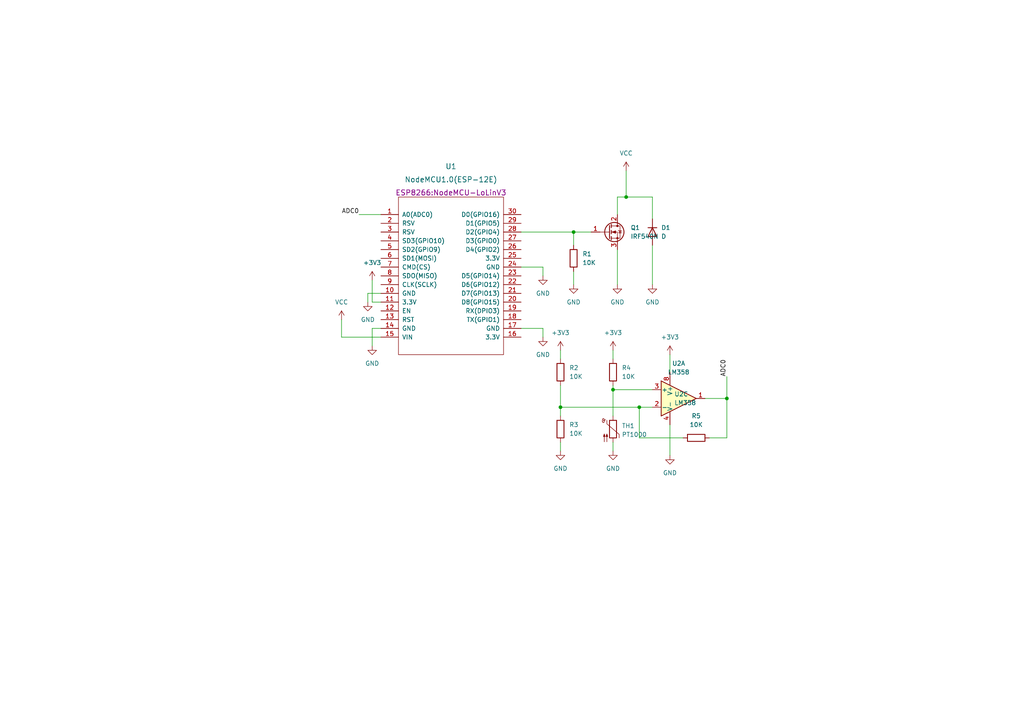
<source format=kicad_sch>
(kicad_sch (version 20211123) (generator eeschema)
  (paper "A4")
  (lib_symbols
    (symbol "Amplifier_Operational:LM358" (pin_names (offset 0.127))
      (property "Reference" "U" (at 0 5.08 0))
      (property "Value" "LM358" (at 0 -5.08 0))
      (symbol "LM358_1_1"
        (polyline (pts (xy -5.08 5.08) (xy 5.08 0) (xy -5.08 -5.08) (xy -5.08 5.08)) (stroke (width 0.254)) (fill (type background)))
        (pin output line (at 7.62 0 180) (length 2.54) (name "~") (number "1"))
        (pin input line (at -7.62 -2.54 0) (length 2.54) (name "-") (number "2"))
        (pin input line (at -7.62 2.54 0) (length 2.54) (name "+") (number "3"))
      )
      (symbol "LM358_2_1"
        (polyline (pts (xy -5.08 5.08) (xy 5.08 0) (xy -5.08 -5.08) (xy -5.08 5.08)) (stroke (width 0.254)) (fill (type background)))
        (pin input line (at -7.62 2.54 0) (length 2.54) (name "+") (number "5"))
        (pin input line (at -7.62 -2.54 0) (length 2.54) (name "-") (number "6"))
        (pin output line (at 7.62 0 180) (length 2.54) (name "~") (number "7"))
      )
      (symbol "LM358_3_1"
        (pin power_in line (at -2.54 -7.62 90) (length 3.81) (name "V-") (number "4"))
        (pin power_in line (at -2.54 7.62 270) (length 3.81) (name "V+") (number "8"))
      )
    )
    (symbol "Device:D" (pin_numbers hide) (pin_names (offset 1.016) hide)
      (property "Reference" "D" (at 0 2.54 0))
      (property "Value" "D" (at 0 -2.54 0))
      (symbol "D_0_1"
        (polyline (pts (xy -1.27 1.27) (xy -1.27 -1.27)) (stroke (width 0.254)))
        (polyline (pts (xy 1.27 0) (xy -1.27 0)))
        (polyline (pts (xy 1.27 1.27) (xy 1.27 -1.27) (xy -1.27 0) (xy 1.27 1.27)) (stroke (width 0.254)))
      )
      (symbol "D_1_1"
        (pin passive line (at -3.81 0 0) (length 2.54) (name "K") (number "1"))
        (pin passive line (at 3.81 0 180) (length 2.54) (name "A") (number "2"))
      )
    )
    (symbol "Device:R" (pin_numbers hide) (pin_names (offset 0))
      (property "Reference" "R" (at 2.032 0 90))
      (property "Value" "R" (at 0 0 90))
      (symbol "R_0_1"
        (rectangle (start -1.016 -2.54) (end 1.016 2.54) (stroke (width 0.254)))
      )
      (symbol "R_1_1"
        (pin passive line (at 0 3.81 270) (length 1.27) (name "~") (number "1"))
        (pin passive line (at 0 -3.81 90) (length 1.27) (name "~") (number "2"))
      )
    )
    (symbol "ESP8266:NodeMCU1.0(ESP-12E)" (pin_names (offset 1.016))
      (property "Reference" "U" (at 0 21.59 0))
      (property "Value" "NodeMCU1.0(ESP-12E)" (at 0 -21.59 0))
      (symbol "NodeMCU1.0(ESP-12E)_0_1"
        (rectangle (start -15.24 -22.86) (end 15.24 22.86))
      )
      (symbol "NodeMCU1.0(ESP-12E)_1_1"
        (pin input line (at -20.32 17.78 0) (length 5.08) (name "A0(ADC0)") (number "1"))
        (pin input line (at -20.32 -5.08 0) (length 5.08) (name "GND") (number "10"))
        (pin input line (at -20.32 -7.62 0) (length 5.08) (name "3.3V") (number "11"))
        (pin input line (at -20.32 -10.16 0) (length 5.08) (name "EN") (number "12"))
        (pin input line (at -20.32 -12.7 0) (length 5.08) (name "RST") (number "13"))
        (pin input line (at -20.32 -15.24 0) (length 5.08) (name "GND") (number "14"))
        (pin input line (at -20.32 -17.78 0) (length 5.08) (name "VIN") (number "15"))
        (pin input line (at 20.32 -17.78 180) (length 5.08) (name "3.3V") (number "16"))
        (pin input line (at 20.32 -15.24 180) (length 5.08) (name "GND") (number "17"))
        (pin input line (at 20.32 -12.7 180) (length 5.08) (name "TX(GPIO1)") (number "18"))
        (pin input line (at 20.32 -10.16 180) (length 5.08) (name "RX(DPIO3)") (number "19"))
        (pin input line (at -20.32 15.24 0) (length 5.08) (name "RSV") (number "2"))
        (pin input line (at 20.32 -7.62 180) (length 5.08) (name "D8(GPIO15)") (number "20"))
        (pin input line (at 20.32 -5.08 180) (length 5.08) (name "D7(GPIO13)") (number "21"))
        (pin input line (at 20.32 -2.54 180) (length 5.08) (name "D6(GPIO12)") (number "22"))
        (pin input line (at 20.32 0 180) (length 5.08) (name "D5(GPIO14)") (number "23"))
        (pin input line (at 20.32 2.54 180) (length 5.08) (name "GND") (number "24"))
        (pin input line (at 20.32 5.08 180) (length 5.08) (name "3.3V") (number "25"))
        (pin input line (at 20.32 7.62 180) (length 5.08) (name "D4(GPIO2)") (number "26"))
        (pin input line (at 20.32 10.16 180) (length 5.08) (name "D3(GPIO0)") (number "27"))
        (pin input line (at 20.32 12.7 180) (length 5.08) (name "D2(GPIO4)") (number "28"))
        (pin input line (at 20.32 15.24 180) (length 5.08) (name "D1(GPIO5)") (number "29"))
        (pin input line (at -20.32 12.7 0) (length 5.08) (name "RSV") (number "3"))
        (pin input line (at 20.32 17.78 180) (length 5.08) (name "D0(GPIO16)") (number "30"))
        (pin input line (at -20.32 10.16 0) (length 5.08) (name "SD3(GPIO10)") (number "4"))
        (pin input line (at -20.32 7.62 0) (length 5.08) (name "SD2(GPIO9)") (number "5"))
        (pin input line (at -20.32 5.08 0) (length 5.08) (name "SD1(MOSI)") (number "6"))
        (pin input line (at -20.32 2.54 0) (length 5.08) (name "CMD(CS)") (number "7"))
        (pin input line (at -20.32 0 0) (length 5.08) (name "SDO(MISO)") (number "8"))
        (pin input line (at -20.32 -2.54 0) (length 5.08) (name "CLK(SCLK)") (number "9"))
      )
    )
    (symbol "Sensor_Temperature:PT1000" (pin_numbers hide) (pin_names (offset 0))
      (property "Reference" "TH" (at -4.445 0 90))
      (property "Value" "PT1000" (at 3.175 0 90))
      (symbol "PT1000_0_1"
        (arc (start -3.048 2.159) (mid -3.0495 2.3143) (end -3.175 2.413))
        (arc (start -3.048 2.159) (mid -2.9736 1.9794) (end -2.794 1.905))
        (arc (start -3.048 2.794) (mid -2.9736 2.6144) (end -2.794 2.54))
        (arc (start -2.794 1.905) (mid -2.6144 1.9794) (end -2.54 2.159))
        (arc (start -2.794 2.54) (mid -2.4393 2.5587) (end -2.159 2.794))
        (arc (start -2.794 3.048) (mid -2.9736 2.9736) (end -3.048 2.794))
        (arc (start -2.54 2.794) (mid -2.6144 2.9736) (end -2.794 3.048))
        (rectangle (start -1.016 2.54) (end 1.016 -2.54) (stroke (width 0.254)))
        (polyline (pts (xy -2.54 2.159) (xy -2.54 2.794)))
        (polyline (pts (xy -1.778 2.54) (xy -1.778 1.524) (xy 1.778 -1.524) (xy 1.778 -2.54)))
        (polyline (pts (xy -2.54 -3.683) (xy -2.54 -1.397) (xy -2.794 -2.159) (xy -2.286 -2.159) (xy -2.54 -1.397) (xy -2.54 -1.651)) (fill (type outline)))
        (polyline (pts (xy -1.778 -3.683) (xy -1.778 -1.397) (xy -2.032 -2.159) (xy -1.524 -2.159) (xy -1.778 -1.397) (xy -1.778 -1.651)) (fill (type outline)))
      )
      (symbol "PT1000_1_1"
        (pin passive line (at 0 3.81 270) (length 1.27) (name "~") (number "1"))
        (pin passive line (at 0 -3.81 90) (length 1.27) (name "~") (number "2"))
      )
    )
    (symbol "Transistor_FET:IRF540N" (pin_names hide)
      (property "Reference" "Q" (at 6.35 1.905 0))
      (property "Value" "IRF540N" (at 6.35 0 0))
      (symbol "IRF540N_0_1"
        (polyline (pts (xy 0.254 0) (xy -2.54 0)))
        (polyline (pts (xy 0.254 1.905) (xy 0.254 -1.905)) (stroke (width 0.254)))
        (polyline (pts (xy 0.762 -1.27) (xy 0.762 -2.286)) (stroke (width 0.254)))
        (polyline (pts (xy 0.762 0.508) (xy 0.762 -0.508)) (stroke (width 0.254)))
        (polyline (pts (xy 0.762 2.286) (xy 0.762 1.27)) (stroke (width 0.254)))
        (polyline (pts (xy 2.54 2.54) (xy 2.54 1.778)))
        (polyline (pts (xy 2.54 -2.54) (xy 2.54 0) (xy 0.762 0)))
        (polyline (pts (xy 0.762 -1.778) (xy 3.302 -1.778) (xy 3.302 1.778) (xy 0.762 1.778)))
        (polyline (pts (xy 1.016 0) (xy 2.032 0.381) (xy 2.032 -0.381) (xy 1.016 0)) (fill (type outline)))
        (polyline (pts (xy 2.794 0.508) (xy 2.921 0.381) (xy 3.683 0.381) (xy 3.81 0.254)))
        (polyline (pts (xy 3.302 0.381) (xy 2.921 -0.254) (xy 3.683 -0.254) (xy 3.302 0.381)))
        (circle (center 1.651 0) (radius 2.794) (stroke (width 0.254)))
        (circle (center 2.54 -1.778) (radius 0.254) (fill (type outline)))
        (circle (center 2.54 1.778) (radius 0.254) (fill (type outline)))
      )
      (symbol "IRF540N_1_1"
        (pin input line (at -5.08 0 0) (length 2.54) (name "G") (number "1"))
        (pin passive line (at 2.54 5.08 270) (length 2.54) (name "D") (number "2"))
        (pin passive line (at 2.54 -5.08 90) (length 2.54) (name "S") (number "3"))
      )
    )
    (symbol "power:+3V3" (power) (pin_names (offset 0))
      (property "Value" "+3V3" (at 0 3.556 0))
      (symbol "+3V3_0_1"
        (polyline (pts (xy -0.762 1.27) (xy 0 2.54)))
        (polyline (pts (xy 0 0) (xy 0 2.54)))
        (polyline (pts (xy 0 2.54) (xy 0.762 1.27)))
      )
      (symbol "+3V3_1_1"
        (pin power_in line (at 0 0 90) (length 0) hide (name "+3V3") (number "1"))
      )
    )
    (symbol "power:GND" (power) (pin_names (offset 0))
      (property "Value" "GND" (at 0 -3.81 0))
      (symbol "GND_0_1"
        (polyline (pts (xy 0 0) (xy 0 -1.27) (xy 1.27 -1.27) (xy 0 -2.54) (xy -1.27 -1.27) (xy 0 -1.27)))
      )
      (symbol "GND_1_1"
        (pin power_in line (at 0 0 270) (length 0) hide (name "GND") (number "1"))
      )
    )
    (symbol "power:VCC" (power) (pin_names (offset 0))
      (property "Value" "VCC" (at 0 3.81 0))
      (symbol "VCC_0_1"
        (polyline (pts (xy -0.762 1.27) (xy 0 2.54)))
        (polyline (pts (xy 0 0) (xy 0 2.54)))
        (polyline (pts (xy 0 2.54) (xy 0.762 1.27)))
      )
      (symbol "VCC_1_1"
        (pin power_in line (at 0 0 90) (length 0) hide (name "VCC") (number "1"))
      )
    )
  )
  (junction (at 162.56 118.11))
  (junction (at 210.82 115.57))
  (junction (at 181.61 57.15))
  (junction (at 177.8 113.03))
  (junction (at 185.42 118.11))
  (junction (at 166.37 67.31))
  (wire (pts (xy 166.37 78.74) (xy 166.37 82.55)))
  (wire (pts (xy 171.45 67.31) (xy 166.37 67.31)))
  (wire (pts (xy 177.8 111.76) (xy 177.8 113.03)))
  (wire (pts (xy 151.13 67.31) (xy 166.37 67.31)))
  (wire (pts (xy 181.61 57.15) (xy 189.23 57.15)))
  (wire (pts (xy 162.56 118.11) (xy 185.42 118.11)))
  (wire (pts (xy 185.42 118.11) (xy 189.23 118.11)))
  (wire (pts (xy 99.06 92.71) (xy 99.06 97.79)))
  (wire (pts (xy 181.61 49.53) (xy 181.61 57.15)))
  (wire (pts (xy 179.07 57.15) (xy 181.61 57.15)))
  (wire (pts (xy 157.48 80.01) (xy 157.48 77.47)))
  (wire (pts (xy 106.68 85.09) (xy 110.49 85.09)))
  (wire (pts (xy 166.37 67.31) (xy 166.37 71.12)))
  (wire (pts (xy 162.56 118.11) (xy 162.56 120.65)))
  (wire (pts (xy 210.82 115.57) (xy 210.82 127)))
  (wire (pts (xy 177.8 128.27) (xy 177.8 130.81)))
  (wire (pts (xy 107.95 100.33) (xy 107.95 95.25)))
  (wire (pts (xy 104.14 62.23) (xy 110.49 62.23)))
  (wire (pts (xy 189.23 71.12) (xy 189.23 82.55)))
  (wire (pts (xy 177.8 101.6) (xy 177.8 104.14)))
  (wire (pts (xy 107.95 87.63) (xy 110.49 87.63)))
  (wire (pts (xy 198.12 127) (xy 185.42 127)))
  (wire (pts (xy 210.82 109.22) (xy 210.82 115.57)))
  (wire (pts (xy 189.23 57.15) (xy 189.23 63.5)))
  (wire (pts (xy 185.42 127) (xy 185.42 118.11)))
  (wire (pts (xy 106.68 87.63) (xy 106.68 85.09)))
  (wire (pts (xy 177.8 113.03) (xy 189.23 113.03)))
  (wire (pts (xy 162.56 128.27) (xy 162.56 130.81)))
  (wire (pts (xy 107.95 81.28) (xy 107.95 87.63)))
  (wire (pts (xy 162.56 101.6) (xy 162.56 104.14)))
  (wire (pts (xy 179.07 62.23) (xy 179.07 57.15)))
  (wire (pts (xy 194.31 102.87) (xy 194.31 107.95)))
  (wire (pts (xy 157.48 77.47) (xy 151.13 77.47)))
  (wire (pts (xy 99.06 97.79) (xy 110.49 97.79)))
  (wire (pts (xy 194.31 123.19) (xy 194.31 132.08)))
  (wire (pts (xy 204.47 115.57) (xy 210.82 115.57)))
  (wire (pts (xy 162.56 111.76) (xy 162.56 118.11)))
  (wire (pts (xy 107.95 95.25) (xy 110.49 95.25)))
  (wire (pts (xy 177.8 113.03) (xy 177.8 120.65)))
  (wire (pts (xy 179.07 72.39) (xy 179.07 82.55)))
  (wire (pts (xy 210.82 127) (xy 205.74 127)))
  (wire (pts (xy 157.48 97.79) (xy 157.48 95.25)))
  (wire (pts (xy 157.48 95.25) (xy 151.13 95.25)))
  (label "ADC0" (at 104.14 62.23 180))
  (label "ADC0" (at 210.82 109.22 90))
  (symbol (lib_id "Device:R") (at 162.56 124.46 0) (unit 1)
    (property "Reference" "R3" (at 165.1 123.1899 0) (effects (justify left)))
    (property "Value" "10K" (at 165.1 125.7299 0) (effects (justify left)))
    (property "Footprint" "Resistor_THT:R_Axial_DIN0411_L9.9mm_D3.6mm_P12.70mm_Horizontal" (effects hide))
  )
  (symbol (lib_id "Device:R") (at 162.56 107.95 0) (unit 1)
    (property "Reference" "R2" (at 165.1 106.6799 0) (effects (justify left)))
    (property "Value" "10K" (at 165.1 109.2199 0) (effects (justify left)))
    (property "Footprint" "Resistor_THT:R_Axial_DIN0411_L9.9mm_D3.6mm_P12.70mm_Horizontal" (effects hide))
  )
  (symbol (lib_id "power:+3V3") (at 177.8 101.6 0) (unit 1)
    (property "Reference" "#PWR0114" (effects hide))
    (property "Value" "+3V3" (at 177.8 96.52 0))
  )
  (symbol (lib_id "power:GND") (at 107.95 100.33 0) (unit 1)
    (property "Reference" "#PWR0106" (effects hide))
    (property "Value" "GND" (at 107.95 105.41 0))
  )
  (symbol (lib_id "power:+3V3") (at 107.95 81.28 0) (unit 1)
    (property "Reference" "#PWR0111" (effects hide))
    (property "Value" "+3V3" (at 107.95 76.2 0))
  )
  (symbol (lib_id "power:GND") (at 194.31 132.08 0) (unit 1)
    (property "Reference" "#PWR0116" (effects hide))
    (property "Value" "GND" (at 194.31 137.16 0))
  )
  (symbol (lib_id "Sensor_Temperature:PT1000") (at 177.8 124.46 0) (unit 1)
    (property "Reference" "TH1" (at 180.34 123.5074 0) (effects (justify left)))
    (property "Value" "PT1000" (at 180.34 126.0474 0) (effects (justify left)))
    (property "Footprint" "Package_TO_SOT_THT:TO-92-2" (effects hide))
    (property "Datasheet" "https://www.heraeus.com/media/media/group/doc_group/products_1/hst/sot_to/de_15/to_92_d.pdf" (effects hide))
  )
  (symbol (lib_id "power:VCC") (at 99.06 92.71 0) (unit 1)
    (property "Reference" "#PWR0105" (effects hide))
    (property "Value" "VCC" (at 99.06 87.63 0))
  )
  (symbol (lib_id "power:GND") (at 162.56 130.81 0) (unit 1)
    (property "Reference" "#PWR0112" (effects hide))
    (property "Value" "GND" (at 162.56 135.89 0))
  )
  (symbol (lib_id "Device:R") (at 201.93 127 90) (unit 1)
    (property "Reference" "R5" (at 201.93 120.65 90))
    (property "Value" "10K" (at 201.93 123.19 90))
    (property "Footprint" "Resistor_THT:R_Axial_DIN0411_L9.9mm_D3.6mm_P12.70mm_Horizontal" (effects hide))
  )
  (symbol (lib_id "Device:R") (at 177.8 107.95 0) (unit 1)
    (property "Reference" "R4" (at 180.34 106.6799 0) (effects (justify left)))
    (property "Value" "10K" (at 180.34 109.2199 0) (effects (justify left)))
    (property "Footprint" "Resistor_THT:R_Axial_DIN0411_L9.9mm_D3.6mm_P12.70mm_Horizontal" (effects hide))
  )
  (symbol (lib_id "Amplifier_Operational:LM358") (at 196.85 115.57 0) (unit 1)
    (property "Reference" "U2" (at 196.85 105.41 0))
    (property "Value" "LM358" (at 196.85 107.95 0))
    (property "Footprint" "Package_DIP:DIP-8_W7.62mm" (effects hide))
    (property "Datasheet" "http://www.ti.com/lit/ds/symlink/lm2904-n.pdf" (effects hide))
  )
  (symbol (lib_id "Amplifier_Operational:LM358") (at 196.85 115.57 0) (unit 3)
    (property "Reference" "U2" (at 195.58 114.2999 0) (effects (justify left)))
    (property "Value" "LM358" (at 195.58 116.8399 0) (effects (justify left)))
    (property "Datasheet" "http://www.ti.com/lit/ds/symlink/lm2904-n.pdf" (effects hide))
  )
  (symbol (lib_id "power:GND") (at 106.68 87.63 0) (unit 1)
    (property "Reference" "#PWR0107" (effects hide))
    (property "Value" "GND" (at 106.68 92.71 0))
  )
  (symbol (lib_id "power:VCC") (at 181.61 49.53 0) (unit 1)
    (property "Reference" "#PWR0104" (effects hide))
    (property "Value" "VCC" (at 181.61 44.45 0))
  )
  (symbol (lib_id "power:GND") (at 157.48 97.79 0) (unit 1)
    (property "Reference" "#PWR0108" (effects hide))
    (property "Value" "GND" (at 157.48 102.87 0))
  )
  (symbol (lib_id "ESP8266:NodeMCU1.0(ESP-12E)") (at 130.81 80.01 0) (unit 1)
    (property "Reference" "U1" (at 130.81 48.26 0) (effects (font (size 1.524 1.524))))
    (property "Value" "NodeMCU1.0(ESP-12E)" (at 130.81 52.07 0) (effects (font (size 1.524 1.524))))
    (property "Footprint" "ESP8266:NodeMCU-LoLinV3" (at 130.81 55.88 0) (effects (font (size 1.524 1.524))))
  )
  (symbol (lib_id "power:+3V3") (at 194.31 102.87 0) (unit 1)
    (property "Reference" "#PWR0115" (effects hide))
    (property "Value" "+3V3" (at 194.31 97.79 0))
  )
  (symbol (lib_id "power:GND") (at 189.23 82.55 0) (unit 1)
    (property "Reference" "#PWR0103" (effects hide))
    (property "Value" "GND" (at 189.23 87.63 0))
  )
  (symbol (lib_id "Device:D") (at 189.23 67.31 270) (unit 1)
    (property "Reference" "D1" (at 191.77 66.0399 90) (effects (justify left)))
    (property "Value" "D" (at 191.77 68.5799 90) (effects (justify left)))
    (property "Footprint" "Diode_THT:D_DO-35_SOD27_P7.62mm_Horizontal" (effects hide))
  )
  (symbol (lib_id "power:+3V3") (at 162.56 101.6 0) (unit 1)
    (property "Reference" "#PWR0110" (effects hide))
    (property "Value" "+3V3" (at 162.56 96.52 0))
  )
  (symbol (lib_id "power:GND") (at 177.8 130.81 0) (unit 1)
    (property "Reference" "#PWR0113" (effects hide))
    (property "Value" "GND" (at 177.8 135.89 0))
  )
  (symbol (lib_id "Transistor_FET:IRF540N") (at 176.53 67.31 0) (unit 1)
    (property "Reference" "Q1" (at 182.88 66.0399 0) (effects (justify left)))
    (property "Value" "IRF540N" (at 182.88 68.5799 0) (effects (justify left)))
    (property "Footprint" "Package_TO_SOT_THT:TO-220-3_Vertical" (effects hide))
    (property "Datasheet" "http://www.irf.com/product-info/datasheets/data/irf540n.pdf" (effects hide))
  )
  (symbol (lib_id "Device:R") (at 166.37 74.93 0) (unit 1)
    (property "Reference" "R1" (at 168.91 73.6599 0) (effects (justify left)))
    (property "Value" "10K" (at 168.91 76.1999 0) (effects (justify left)))
    (property "Footprint" "Resistor_THT:R_Axial_DIN0411_L9.9mm_D3.6mm_P12.70mm_Horizontal" (effects hide))
  )
  (symbol (lib_id "power:GND") (at 157.48 80.01 0) (unit 1)
    (property "Reference" "#PWR0109" (effects hide))
    (property "Value" "GND" (at 157.48 85.09 0))
  )
  (symbol (lib_id "power:GND") (at 166.37 82.55 0) (unit 1)
    (property "Reference" "#PWR0101" (effects hide))
    (property "Value" "GND" (at 166.37 87.63 0))
  )
  (symbol (lib_id "power:GND") (at 179.07 82.55 0) (unit 1)
    (property "Reference" "#PWR0102" (effects hide))
    (property "Value" "GND" (at 179.07 87.63 0))
  )
)
</source>
